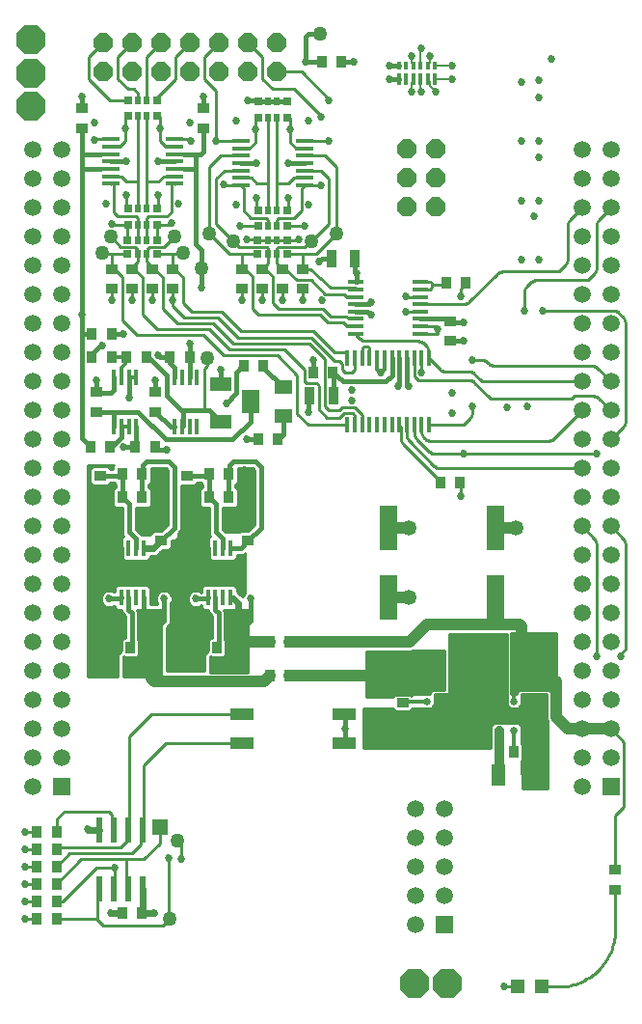
<source format=gtl>
G75*
%MOIN*%
%OFA0B0*%
%FSLAX24Y24*%
%IPPOS*%
%LPD*%
%AMOC8*
5,1,8,0,0,1.08239X$1,22.5*
%
%ADD10R,0.0591X0.0591*%
%ADD11C,0.0591*%
%ADD12R,0.0420X0.0350*%
%ADD13C,0.0500*%
%ADD14R,0.0236X0.0866*%
%ADD15R,0.0350X0.0420*%
%ADD16R,0.0580X0.0140*%
%ADD17OC8,0.1005*%
%ADD18R,0.0480X0.0740*%
%ADD19R,0.0380X0.0600*%
%ADD20R,0.0140X0.0580*%
%ADD21R,0.0170X0.0560*%
%ADD22OC8,0.0660*%
%ADD23R,0.0630X0.0512*%
%ADD24R,0.0630X0.0787*%
%ADD25R,0.0472X0.0472*%
%ADD26R,0.0740X0.0480*%
%ADD27R,0.0630X0.0138*%
%ADD28R,0.0790X0.0430*%
%ADD29R,0.0551X0.0551*%
%ADD30R,0.0740X0.0620*%
%ADD31C,0.0250*%
%ADD32R,0.0197X0.0256*%
%ADD33R,0.0276X0.0256*%
%ADD34R,0.0197X0.0276*%
%ADD35R,0.0252X0.0276*%
%ADD36R,0.0150X0.0300*%
%ADD37R,0.0150X0.0400*%
%ADD38R,0.0630X0.1575*%
%ADD39C,0.0100*%
%ADD40C,0.0270*%
%ADD41C,0.0160*%
%ADD42C,0.0240*%
%ADD43C,0.0531*%
%ADD44C,0.0400*%
%ADD45C,0.0120*%
%ADD46C,0.0320*%
%ADD47C,0.0070*%
%ADD48C,0.0180*%
D10*
X005946Y008000D03*
X019196Y003250D03*
X024946Y008000D03*
D11*
X024946Y009000D03*
X024946Y010000D03*
X024946Y011000D03*
X024946Y012000D03*
X024946Y013000D03*
X024946Y014000D03*
X024946Y015000D03*
X024946Y016000D03*
X024946Y017000D03*
X024946Y018000D03*
X024946Y019000D03*
X024946Y020000D03*
X024946Y021000D03*
X024946Y022000D03*
X024946Y023000D03*
X024946Y024000D03*
X024946Y025000D03*
X024946Y026000D03*
X024946Y027000D03*
X024946Y028000D03*
X024946Y029000D03*
X024946Y030000D03*
X023946Y030000D03*
X023946Y029000D03*
X023946Y028000D03*
X023946Y027000D03*
X023946Y026000D03*
X023946Y025000D03*
X023946Y024000D03*
X023946Y023000D03*
X023946Y022000D03*
X023946Y021000D03*
X023946Y020000D03*
X023946Y019000D03*
X023946Y018000D03*
X023946Y017000D03*
X023946Y016000D03*
X023946Y015000D03*
X023946Y014000D03*
X023946Y013000D03*
X023946Y012000D03*
X023946Y011000D03*
X023946Y010000D03*
X023946Y009000D03*
X023946Y008000D03*
X019196Y007250D03*
X019196Y006250D03*
X018196Y006250D03*
X018196Y007250D03*
X018196Y005250D03*
X018196Y004250D03*
X018196Y003250D03*
X019196Y004250D03*
X019196Y005250D03*
X005946Y009000D03*
X005946Y010000D03*
X004946Y010000D03*
X004946Y009000D03*
X004946Y008000D03*
X004946Y011000D03*
X004946Y012000D03*
X004946Y013000D03*
X004946Y014000D03*
X004946Y015000D03*
X004946Y016000D03*
X004946Y017000D03*
X004946Y018000D03*
X004946Y019000D03*
X004946Y020000D03*
X004946Y021000D03*
X004946Y022000D03*
X004946Y023000D03*
X004946Y024000D03*
X004946Y025000D03*
X004946Y026000D03*
X004946Y027000D03*
X004946Y028000D03*
X004946Y029000D03*
X004946Y030000D03*
X005946Y030000D03*
X005946Y029000D03*
X005946Y028000D03*
X005946Y027000D03*
X005946Y026000D03*
X005946Y025000D03*
X005946Y024000D03*
X005946Y023000D03*
X005946Y022000D03*
X005946Y021000D03*
X005946Y020000D03*
X005946Y019000D03*
X005946Y018000D03*
X005946Y017000D03*
X005946Y016000D03*
X005946Y015000D03*
X005946Y014000D03*
X005946Y013000D03*
X005946Y012000D03*
X005946Y011000D03*
D12*
X009396Y016510D03*
X009396Y017190D03*
X010296Y018060D03*
X010296Y018740D03*
X009196Y020960D03*
X009196Y021640D03*
X007296Y018740D03*
X007296Y018060D03*
X007146Y020960D03*
X007146Y021640D03*
X007696Y025210D03*
X007696Y025890D03*
X008396Y025890D03*
X008396Y025210D03*
X009096Y025210D03*
X009096Y025890D03*
X009796Y025890D03*
X009796Y025210D03*
X012196Y025210D03*
X012196Y025890D03*
X012896Y025890D03*
X012896Y025210D03*
X013596Y025210D03*
X013596Y025890D03*
X014296Y025890D03*
X014296Y025210D03*
X010846Y030760D03*
X010846Y031440D03*
X006646Y031440D03*
X006646Y030760D03*
X012396Y017190D03*
X012396Y016510D03*
X017746Y011590D03*
X017746Y010910D03*
X025096Y005140D03*
X025096Y004460D03*
X019396Y023410D03*
X019396Y024090D03*
D13*
X015446Y027100D03*
X014596Y026850D03*
X011896Y026850D03*
X011046Y027100D03*
X010146Y026450D03*
X009846Y027000D03*
X010796Y025900D03*
X010996Y022800D03*
X007646Y027000D03*
X007346Y026450D03*
X014896Y034000D03*
X009946Y006150D03*
X009696Y003450D03*
D14*
X008746Y004476D03*
X008246Y004476D03*
X007746Y004476D03*
X007246Y004476D03*
X007246Y006524D03*
X007746Y006524D03*
X008246Y006524D03*
X008746Y006524D03*
D15*
X008736Y003650D03*
X008056Y003650D03*
X005786Y003450D03*
X005786Y004050D03*
X005786Y004650D03*
X005786Y005250D03*
X005786Y005850D03*
X005786Y006450D03*
X005106Y006450D03*
X005106Y005850D03*
X005106Y005250D03*
X005106Y004650D03*
X005106Y004050D03*
X005106Y003450D03*
X007656Y012200D03*
X007656Y012800D03*
X008336Y012800D03*
X008336Y012200D03*
X010656Y012200D03*
X010656Y012800D03*
X011336Y012800D03*
X011336Y012200D03*
X013156Y011850D03*
X013836Y011850D03*
X013836Y013000D03*
X013156Y013000D03*
X011736Y018000D03*
X011736Y018800D03*
X011056Y018800D03*
X011056Y018000D03*
X009186Y019750D03*
X008506Y019750D03*
X007636Y019750D03*
X006956Y019750D03*
X008056Y018800D03*
X008736Y018800D03*
X008736Y018000D03*
X008056Y018000D03*
X008206Y022850D03*
X007686Y022850D03*
X007006Y022850D03*
X007006Y023650D03*
X007686Y023650D03*
X008886Y022850D03*
X009706Y022850D03*
X010386Y022850D03*
X012256Y022550D03*
X012936Y022550D03*
X014656Y022300D03*
X015336Y022300D03*
X013436Y020000D03*
X012756Y020000D03*
X019056Y018500D03*
X019736Y018500D03*
X019936Y025400D03*
X019256Y025400D03*
X015636Y033050D03*
X014956Y033050D03*
X021606Y009200D03*
X022286Y009200D03*
D16*
X018356Y023650D03*
X018356Y023910D03*
X018356Y024170D03*
X018356Y024420D03*
X018356Y024680D03*
X018356Y024930D03*
X018356Y025190D03*
X018356Y025450D03*
X016136Y025450D03*
X016136Y025190D03*
X016136Y024930D03*
X016136Y024680D03*
X016136Y024420D03*
X016136Y024170D03*
X016136Y023910D03*
X016136Y023650D03*
D17*
X004896Y031500D03*
X004896Y032650D03*
X004896Y033800D03*
X018146Y001200D03*
X019296Y001200D03*
D18*
X021046Y008400D03*
X022346Y008400D03*
X012046Y013600D03*
X010746Y013600D03*
X009046Y013600D03*
X007746Y013600D03*
X007446Y017200D03*
X008746Y017200D03*
X010446Y017200D03*
X011746Y017200D03*
D19*
X014536Y021500D03*
X015356Y021500D03*
X015286Y026250D03*
X016106Y026250D03*
X021036Y012850D03*
X021856Y012850D03*
D20*
X018656Y020500D03*
X018396Y020500D03*
X018146Y020500D03*
X017886Y020500D03*
X017626Y020500D03*
X017376Y020500D03*
X017116Y020500D03*
X016866Y020500D03*
X016606Y020500D03*
X016346Y020500D03*
X016096Y020500D03*
X015836Y020500D03*
X015836Y022800D03*
X016096Y022800D03*
X016346Y022800D03*
X016606Y022800D03*
X016866Y022800D03*
X017116Y022800D03*
X017376Y022800D03*
X017626Y022800D03*
X017886Y022800D03*
X018146Y022800D03*
X018396Y022800D03*
X018656Y022800D03*
D21*
X011776Y016260D03*
X011526Y016260D03*
X011266Y016260D03*
X011016Y016260D03*
X011016Y014540D03*
X011266Y014540D03*
X011526Y014540D03*
X011776Y014540D03*
X008776Y014540D03*
X008526Y014540D03*
X008266Y014540D03*
X008016Y014540D03*
X008016Y016260D03*
X008266Y016260D03*
X008526Y016260D03*
X008776Y016260D03*
X008526Y020440D03*
X008276Y020440D03*
X008016Y020440D03*
X007766Y020440D03*
X007766Y022160D03*
X008016Y022160D03*
X008276Y022160D03*
X008526Y022160D03*
X009866Y022160D03*
X010116Y022160D03*
X010376Y022160D03*
X010626Y022160D03*
X010626Y020440D03*
X010376Y020440D03*
X010116Y020440D03*
X009866Y020440D03*
D22*
X017896Y028050D03*
X017896Y029050D03*
X017896Y030050D03*
X018896Y030050D03*
X018896Y029050D03*
X018896Y028050D03*
X013396Y032700D03*
X013396Y033700D03*
X012396Y033700D03*
X012396Y032700D03*
X011396Y032700D03*
X010396Y032700D03*
X010396Y033700D03*
X011396Y033700D03*
X009396Y033700D03*
X009396Y032700D03*
X008396Y032700D03*
X008396Y033700D03*
X007396Y033700D03*
X007396Y032700D03*
D23*
X013617Y021800D03*
X013617Y020800D03*
D24*
X012475Y021300D03*
D25*
X021733Y001100D03*
X022560Y001100D03*
D26*
X016896Y010250D03*
X016896Y011550D03*
X011446Y020600D03*
X011446Y021900D03*
D27*
X012144Y028782D03*
X012144Y029038D03*
X012144Y029294D03*
X012144Y029550D03*
X012144Y029806D03*
X012144Y030062D03*
X012144Y030318D03*
X014349Y030318D03*
X014349Y030062D03*
X014349Y029806D03*
X014349Y029550D03*
X014349Y029294D03*
X014349Y029038D03*
X014349Y028782D03*
X009849Y028832D03*
X009849Y029088D03*
X009849Y029344D03*
X009849Y029600D03*
X009849Y029856D03*
X009849Y030112D03*
X009849Y030368D03*
X007644Y030368D03*
X007644Y030112D03*
X007644Y029856D03*
X007644Y029600D03*
X007644Y029344D03*
X007644Y029088D03*
X007644Y028832D03*
D28*
X012176Y010500D03*
X012176Y009500D03*
X015716Y009500D03*
X015716Y010500D03*
D29*
X009346Y006600D03*
D30*
X008396Y015400D03*
X011396Y015400D03*
D31*
X018596Y011950D03*
X018596Y011450D03*
X018596Y010950D03*
X018596Y010450D03*
X018596Y009950D03*
X019096Y009950D03*
X019096Y010450D03*
X019096Y010950D03*
X019096Y011450D03*
X019096Y011950D03*
X019596Y011950D03*
X019596Y011450D03*
X019596Y010950D03*
X019596Y010450D03*
X019596Y009950D03*
X020096Y009950D03*
X020096Y010450D03*
X020096Y010950D03*
X020096Y011450D03*
X020096Y011950D03*
X020596Y011950D03*
X020596Y011450D03*
X020596Y010950D03*
X020596Y010450D03*
X020596Y009950D03*
X021096Y009950D03*
X021096Y010450D03*
X021096Y010950D03*
X021096Y011450D03*
X021096Y011950D03*
X021596Y011950D03*
X021596Y011450D03*
X021596Y010950D03*
X021596Y010450D03*
X021596Y009950D03*
X022096Y009950D03*
X022096Y010450D03*
X022096Y010950D03*
X022096Y011450D03*
X022096Y011950D03*
D32*
X013404Y026404D03*
X013089Y026404D03*
X013089Y026896D03*
X013404Y026896D03*
X008904Y026896D03*
X008589Y026896D03*
X008589Y026404D03*
X008904Y026404D03*
D33*
X009258Y026404D03*
X009258Y026896D03*
X008234Y026896D03*
X008234Y026404D03*
X012734Y026404D03*
X012734Y026896D03*
X013758Y026896D03*
X013758Y026404D03*
D34*
X013404Y027374D03*
X013089Y027374D03*
X013089Y027926D03*
X013404Y027926D03*
X013404Y031124D03*
X013089Y031124D03*
X013089Y031676D03*
X013404Y031676D03*
X008904Y031726D03*
X008589Y031726D03*
X008589Y031174D03*
X008904Y031174D03*
X008904Y027976D03*
X008589Y027976D03*
X008589Y027424D03*
X008904Y027424D03*
D35*
X009246Y027424D03*
X009246Y027976D03*
X008246Y027976D03*
X008246Y027424D03*
X008246Y031174D03*
X008246Y031726D03*
X009246Y031726D03*
X009246Y031174D03*
X012746Y031124D03*
X012746Y031676D03*
X013746Y031676D03*
X013746Y031124D03*
X013746Y027926D03*
X013746Y027374D03*
X012746Y027374D03*
X012746Y027926D03*
D36*
X017621Y032900D03*
X017871Y032900D03*
X018121Y032900D03*
X018371Y032900D03*
X018621Y032900D03*
X018871Y032900D03*
D37*
X018871Y032450D03*
X018621Y032450D03*
X018371Y032450D03*
X018121Y032450D03*
X017871Y032450D03*
X017621Y032450D03*
D38*
X017246Y016951D03*
X017246Y014549D03*
X020946Y014549D03*
X020946Y016951D03*
D39*
X019746Y018050D02*
X019746Y018500D01*
X019736Y018500D01*
X019056Y018500D02*
X019056Y018540D01*
X017784Y019812D01*
X017696Y020024D02*
X017696Y020430D01*
X017626Y020500D01*
X017886Y020500D02*
X017886Y020161D01*
X017696Y020024D02*
X017698Y019990D01*
X017704Y019957D01*
X017713Y019925D01*
X017726Y019894D01*
X017742Y019864D01*
X017761Y019837D01*
X017784Y019812D01*
X017974Y019949D02*
X018835Y019088D01*
X019048Y019000D02*
X023946Y019000D01*
X024446Y019500D02*
X019846Y019500D01*
X018870Y019500D01*
X018658Y019588D02*
X018234Y020012D01*
X017974Y019949D02*
X017951Y019974D01*
X017932Y020001D01*
X017916Y020031D01*
X017903Y020062D01*
X017894Y020094D01*
X017888Y020127D01*
X017886Y020161D01*
X018146Y020224D02*
X018146Y020500D01*
X018396Y020500D02*
X018396Y020274D01*
X018146Y020224D02*
X018148Y020190D01*
X018154Y020157D01*
X018163Y020125D01*
X018176Y020094D01*
X018192Y020064D01*
X018211Y020037D01*
X018234Y020012D01*
X018484Y020062D02*
X018508Y020038D01*
X018720Y019950D02*
X022772Y019950D01*
X022984Y020038D02*
X023946Y021000D01*
X024322Y021500D02*
X024356Y021498D01*
X024389Y021492D01*
X024421Y021483D01*
X024452Y021470D01*
X024482Y021454D01*
X024509Y021435D01*
X024534Y021412D01*
X024946Y021000D01*
X025446Y020624D02*
X025444Y020590D01*
X025438Y020557D01*
X025429Y020525D01*
X025416Y020494D01*
X025400Y020464D01*
X025381Y020437D01*
X025358Y020412D01*
X024946Y020000D01*
X025446Y020624D02*
X025446Y024026D01*
X025358Y024238D02*
X025234Y024362D01*
X025022Y024450D02*
X022596Y024450D01*
X021946Y025076D02*
X021948Y025110D01*
X021954Y025143D01*
X021963Y025175D01*
X021976Y025206D01*
X021992Y025236D01*
X022011Y025263D01*
X022034Y025288D01*
X022158Y025412D01*
X022370Y025500D02*
X024022Y025500D01*
X024234Y025588D02*
X024358Y025712D01*
X024446Y025924D02*
X024446Y027376D01*
X024534Y027588D02*
X024946Y028000D01*
X024534Y027588D02*
X024511Y027563D01*
X024492Y027536D01*
X024476Y027506D01*
X024463Y027475D01*
X024454Y027443D01*
X024448Y027410D01*
X024446Y027376D01*
X023946Y028000D02*
X023534Y027588D01*
X023446Y027376D02*
X023446Y026224D01*
X023358Y026012D02*
X023234Y025888D01*
X023022Y025800D02*
X021220Y025800D01*
X021008Y025712D02*
X020064Y024768D01*
X019852Y024680D02*
X018356Y024680D01*
X018356Y024930D02*
X017866Y024930D01*
X017846Y024950D01*
X017866Y024420D02*
X017846Y024400D01*
X017866Y024420D02*
X018356Y024420D01*
X018356Y023910D02*
X018396Y023900D01*
X018946Y023900D01*
X018946Y023800D01*
X018946Y023650D01*
X018356Y023650D01*
X018272Y023400D02*
X016470Y023400D01*
X016396Y023200D02*
X016546Y023200D01*
X016606Y023140D01*
X016606Y022800D01*
X016346Y022800D02*
X016346Y023150D01*
X016396Y023200D01*
X016258Y023488D02*
X016136Y023610D01*
X016136Y023650D01*
X016136Y023910D02*
X015836Y023910D01*
X015696Y024050D01*
X015146Y024050D01*
X014896Y024300D01*
X012746Y024300D01*
X012546Y024500D01*
X012546Y025650D01*
X012306Y025890D01*
X012196Y025950D01*
X012196Y026404D01*
X011742Y026404D01*
X011046Y027100D01*
X011046Y029406D01*
X011446Y029806D01*
X012144Y029806D01*
X012156Y030050D02*
X012434Y030050D01*
X012646Y030262D01*
X012646Y030700D01*
X012646Y031124D01*
X012746Y031124D01*
X013089Y031124D02*
X013096Y031124D01*
X013096Y028850D01*
X012696Y028850D01*
X012508Y029038D01*
X012144Y029038D01*
X012144Y028782D02*
X011546Y028782D01*
X011546Y028800D01*
X011296Y029016D02*
X011574Y029294D01*
X012144Y029294D01*
X012144Y028782D02*
X012246Y028680D01*
X012246Y027900D01*
X012496Y027650D01*
X013023Y027650D01*
X013089Y027584D01*
X013089Y027374D01*
X013404Y027374D02*
X013404Y027584D01*
X013469Y027650D01*
X013996Y027650D01*
X014246Y027900D01*
X014246Y028680D01*
X014349Y028782D01*
X014928Y028782D01*
X015196Y029016D02*
X014919Y029294D01*
X014349Y029294D01*
X014349Y029050D02*
X014349Y029038D01*
X013984Y029038D01*
X013796Y028850D01*
X013396Y028850D01*
X013396Y027926D01*
X013404Y027926D01*
X013096Y027926D02*
X013096Y028850D01*
X013396Y028850D02*
X013396Y031124D01*
X013404Y031124D01*
X013746Y031124D02*
X013846Y031124D01*
X013846Y030700D01*
X013846Y030266D01*
X014050Y030062D01*
X014349Y030062D01*
X014366Y030300D02*
X014349Y030318D01*
X014366Y030300D02*
X015196Y030300D01*
X015046Y029806D02*
X014349Y029806D01*
X015046Y029806D02*
X015446Y029406D01*
X015446Y027100D01*
X014750Y026404D01*
X014296Y026404D01*
X014296Y025890D01*
X014556Y025890D01*
X015246Y025250D01*
X016096Y025250D01*
X016126Y025200D01*
X016136Y025190D01*
X016136Y024930D02*
X015816Y024930D01*
X015716Y025030D01*
X015066Y025030D01*
X014596Y025500D01*
X014096Y025500D01*
X013706Y025890D01*
X013596Y025890D01*
X013404Y026083D01*
X013404Y026404D01*
X013396Y026411D01*
X013396Y026600D01*
X013446Y026650D01*
X014346Y026650D01*
X014546Y026850D01*
X014596Y026850D01*
X015196Y027450D01*
X015196Y029016D01*
X014349Y028782D02*
X014346Y028782D01*
X013796Y028350D02*
X013796Y027926D01*
X013746Y027926D01*
X013746Y027374D02*
X014353Y027374D01*
X014146Y026900D02*
X014142Y026896D01*
X013758Y026896D01*
X013404Y026896D01*
X013089Y026896D01*
X012734Y026896D01*
X012746Y026900D02*
X012346Y026900D01*
X012096Y026650D02*
X011896Y026850D01*
X011296Y027450D01*
X011296Y029016D01*
X012144Y028782D02*
X012246Y028782D01*
X012696Y028350D02*
X012696Y027926D01*
X012746Y027926D01*
X013089Y027926D02*
X013096Y027926D01*
X012746Y027374D02*
X012139Y027374D01*
X012096Y026650D02*
X013046Y026650D01*
X013089Y026607D01*
X013089Y026404D01*
X013089Y026083D01*
X012896Y025890D01*
X013006Y025890D01*
X013246Y025650D01*
X013246Y024700D01*
X013446Y024500D01*
X014996Y024500D01*
X015246Y024250D01*
X015796Y024250D01*
X015846Y024200D01*
X016106Y024200D01*
X016136Y024170D01*
X016258Y023488D02*
X016283Y023465D01*
X016310Y023446D01*
X016340Y023430D01*
X016371Y023417D01*
X016403Y023408D01*
X016436Y023402D01*
X016470Y023400D01*
X016096Y022800D02*
X016096Y022400D01*
X015996Y022300D01*
X015746Y022300D01*
X015646Y022400D01*
X015646Y022600D01*
X015546Y022700D01*
X015396Y022700D01*
X014596Y023500D01*
X012046Y023500D01*
X011346Y024200D01*
X010196Y024200D01*
X009796Y024600D01*
X009796Y024800D01*
X009796Y025210D01*
X009446Y025600D02*
X009446Y024500D01*
X009946Y024000D01*
X011196Y024000D01*
X011896Y023300D01*
X014515Y023300D01*
X015046Y022768D01*
X015046Y021141D01*
X015188Y021000D01*
X015546Y021000D01*
X015646Y021100D01*
X016096Y021100D01*
X016346Y020850D01*
X016346Y020500D01*
X016096Y020500D02*
X016096Y020829D01*
X016025Y020900D01*
X015708Y020900D01*
X015558Y020750D01*
X015138Y020750D01*
X014846Y021042D01*
X014846Y021838D01*
X014844Y021857D01*
X014839Y021876D01*
X014831Y021894D01*
X014820Y021910D01*
X014806Y021924D01*
X014790Y021935D01*
X014772Y021943D01*
X014753Y021948D01*
X014734Y021950D01*
X014458Y021950D01*
X014439Y021952D01*
X014420Y021957D01*
X014402Y021965D01*
X014386Y021976D01*
X014372Y021990D01*
X014361Y022006D01*
X014353Y022024D01*
X014348Y022043D01*
X014346Y022062D01*
X014346Y022400D01*
X013646Y023100D01*
X011746Y023100D01*
X011046Y023800D01*
X009246Y023800D01*
X008746Y024300D01*
X008746Y025600D01*
X008456Y025890D01*
X008396Y025890D01*
X008396Y025950D01*
X008596Y026150D01*
X008596Y026396D01*
X008589Y026404D01*
X008589Y026557D01*
X008496Y026650D01*
X007996Y026650D01*
X007646Y027000D01*
X007722Y027424D02*
X008246Y027424D01*
X008234Y027413D01*
X008234Y026896D01*
X008234Y026404D02*
X008230Y026400D01*
X007696Y026400D01*
X007346Y026400D01*
X007346Y026450D01*
X007696Y026400D02*
X007696Y025900D01*
X007746Y025900D01*
X008046Y025600D01*
X008046Y024100D01*
X008546Y023600D01*
X010846Y023600D01*
X011546Y022900D01*
X013420Y022900D01*
X014096Y022224D01*
X014096Y020891D01*
X014487Y020500D01*
X015836Y020500D01*
X015796Y020500D01*
X015836Y022800D02*
X015836Y023000D01*
X015396Y023000D01*
X014646Y023750D01*
X012146Y023750D01*
X011496Y024400D01*
X010446Y024400D01*
X010146Y024700D01*
X010146Y025600D01*
X009856Y025890D01*
X009796Y025890D01*
X009796Y026400D01*
X010146Y026400D01*
X010146Y026450D01*
X009796Y026400D02*
X009262Y026400D01*
X009258Y026404D01*
X009496Y026650D02*
X008996Y026650D01*
X008904Y026557D01*
X008904Y026404D01*
X008896Y026396D01*
X008896Y026150D01*
X009096Y025950D01*
X009096Y025890D01*
X009156Y025890D01*
X009446Y025600D01*
X009096Y025210D02*
X009096Y024800D01*
X008396Y024800D02*
X008396Y025210D01*
X007696Y025210D02*
X007696Y024800D01*
X007696Y025890D02*
X007696Y025900D01*
X008589Y026896D02*
X008589Y027424D01*
X008589Y027634D01*
X008523Y027700D01*
X007896Y027700D01*
X007746Y027850D01*
X007746Y028832D01*
X007644Y028832D01*
X007646Y028830D01*
X007644Y029088D02*
X008008Y029088D01*
X008196Y028900D01*
X008589Y028900D01*
X008589Y031174D01*
X008904Y031174D02*
X008904Y028900D01*
X009296Y028900D01*
X009484Y029088D01*
X009849Y029088D01*
X009849Y028832D02*
X009746Y028832D01*
X009746Y027850D01*
X009596Y027700D01*
X008969Y027700D01*
X008904Y027634D01*
X008904Y027424D01*
X008904Y026896D01*
X009258Y026896D02*
X009258Y027413D01*
X009246Y027424D01*
X009721Y027424D01*
X009771Y027474D01*
X009846Y027000D02*
X009496Y026650D01*
X009246Y027976D02*
X009246Y028000D01*
X009296Y028050D01*
X009296Y028450D01*
X008904Y028900D02*
X008904Y027976D01*
X008589Y027976D02*
X008589Y028900D01*
X008196Y028450D02*
X008196Y028076D01*
X008246Y027976D01*
X008171Y027976D01*
X007696Y027450D02*
X007722Y027424D01*
X007644Y029344D02*
X007638Y029350D01*
X007296Y029350D01*
X007302Y029856D02*
X007644Y029856D01*
X007644Y030112D02*
X007958Y030112D01*
X008146Y030300D01*
X008146Y030750D01*
X008146Y031074D01*
X008246Y031174D01*
X008246Y031726D02*
X007621Y031726D01*
X006896Y032450D01*
X006896Y033200D01*
X007396Y033700D01*
X007896Y033200D02*
X008396Y033700D01*
X007896Y033200D02*
X007896Y032450D01*
X008246Y032100D01*
X008446Y032100D01*
X008589Y031957D01*
X008589Y031726D01*
X008896Y031733D02*
X008896Y033200D01*
X009396Y033700D01*
X009896Y033200D02*
X010396Y033700D01*
X009896Y033200D02*
X009896Y032450D01*
X009246Y031800D01*
X009246Y031726D01*
X009246Y031174D02*
X009322Y031174D01*
X009346Y031150D01*
X009346Y030750D01*
X009346Y030300D01*
X009546Y030100D01*
X009837Y030100D01*
X009849Y030112D01*
X009849Y030368D02*
X010378Y030368D01*
X010428Y030318D01*
X010190Y029856D02*
X009849Y029856D01*
X009854Y029350D02*
X009849Y029344D01*
X009854Y029350D02*
X010196Y029350D01*
X009849Y028832D02*
X009846Y028830D01*
X011296Y030300D02*
X011296Y032050D01*
X010896Y032450D01*
X010896Y033200D01*
X011396Y033700D01*
X012396Y033700D02*
X012896Y033200D01*
X012896Y032450D01*
X013246Y032100D01*
X013996Y032100D01*
X014928Y031168D01*
X014928Y031150D01*
X015196Y031700D02*
X015196Y031750D01*
X014246Y032700D01*
X013396Y032700D01*
X012144Y030318D02*
X012126Y030300D01*
X011296Y030300D01*
X012144Y030062D02*
X012145Y030057D01*
X012148Y030054D01*
X012151Y030051D01*
X012156Y030050D01*
X012196Y026404D02*
X012734Y026404D01*
X012306Y025890D02*
X012196Y025890D01*
X012196Y025210D02*
X012196Y024800D01*
X012896Y024800D02*
X012896Y025210D01*
X013596Y025210D02*
X013596Y024800D01*
X014296Y024800D02*
X014296Y025210D01*
X014296Y025890D02*
X014406Y025890D01*
X014296Y026404D02*
X013758Y026404D01*
X010996Y022800D02*
X010996Y022550D01*
X010896Y022450D01*
X010896Y021050D01*
X010846Y021000D01*
X012061Y019020D02*
X012551Y019020D01*
X012616Y018955D01*
X012616Y017055D01*
X012396Y016835D01*
X012124Y016835D01*
X012089Y016800D01*
X011621Y016800D01*
X011526Y016895D01*
X011526Y017640D01*
X011973Y017640D01*
X012061Y017728D01*
X012061Y018272D01*
X011973Y018360D01*
X011966Y018360D01*
X011966Y018440D01*
X011973Y018440D01*
X012061Y018528D01*
X012061Y019020D01*
X012061Y019018D02*
X012553Y019018D01*
X012616Y018920D02*
X012061Y018920D01*
X012061Y018821D02*
X012616Y018821D01*
X012616Y018723D02*
X012061Y018723D01*
X012061Y018624D02*
X012616Y018624D01*
X012616Y018526D02*
X012059Y018526D01*
X011966Y018427D02*
X012616Y018427D01*
X012616Y018329D02*
X012005Y018329D01*
X012061Y018230D02*
X012616Y018230D01*
X012616Y018132D02*
X012061Y018132D01*
X012061Y018033D02*
X012616Y018033D01*
X012616Y017935D02*
X012061Y017935D01*
X012061Y017836D02*
X012616Y017836D01*
X012616Y017738D02*
X012061Y017738D01*
X011526Y017639D02*
X012616Y017639D01*
X012616Y017541D02*
X011526Y017541D01*
X011526Y017442D02*
X012616Y017442D01*
X012616Y017344D02*
X011526Y017344D01*
X011526Y017245D02*
X012616Y017245D01*
X012616Y017147D02*
X011526Y017147D01*
X011526Y017048D02*
X012609Y017048D01*
X012510Y016950D02*
X011526Y016950D01*
X011570Y016851D02*
X012412Y016851D01*
X012296Y016085D02*
X012296Y014703D01*
X012255Y014661D01*
X012217Y014570D01*
X012134Y014653D01*
X012058Y014729D01*
X012011Y014748D01*
X012011Y014882D01*
X011923Y014970D01*
X010869Y014970D01*
X010781Y014882D01*
X010781Y014730D01*
X010769Y014730D01*
X010758Y014742D01*
X010653Y014785D01*
X010539Y014785D01*
X010435Y014742D01*
X010355Y014661D01*
X010311Y014557D01*
X010311Y014443D01*
X010355Y014339D01*
X010435Y014258D01*
X010539Y014215D01*
X010653Y014215D01*
X010758Y014258D01*
X010769Y014270D01*
X010781Y014270D01*
X010781Y014198D01*
X010869Y014110D01*
X011036Y014110D01*
X011036Y014035D01*
X011166Y013905D01*
X011166Y013160D01*
X011099Y013160D01*
X011011Y013072D01*
X011011Y012698D01*
X010896Y012583D01*
X010896Y012000D01*
X009596Y012000D01*
X009596Y013525D01*
X009726Y013655D01*
X009726Y014327D01*
X009738Y014339D01*
X009781Y014443D01*
X009781Y014557D01*
X009738Y014661D01*
X009658Y014742D01*
X009553Y014785D01*
X009439Y014785D01*
X009335Y014742D01*
X009255Y014661D01*
X009211Y014557D01*
X009211Y014443D01*
X009255Y014339D01*
X009266Y014327D01*
X009266Y014300D01*
X009036Y014300D01*
X009036Y014568D01*
X009011Y014628D01*
X009011Y014882D01*
X008923Y014970D01*
X007869Y014970D01*
X007781Y014882D01*
X007781Y014740D01*
X007759Y014740D01*
X007758Y014742D01*
X007653Y014785D01*
X007539Y014785D01*
X007435Y014742D01*
X007355Y014661D01*
X007311Y014557D01*
X007311Y014443D01*
X007355Y014339D01*
X007435Y014258D01*
X007539Y014215D01*
X007653Y014215D01*
X007758Y014258D01*
X007759Y014260D01*
X007781Y014260D01*
X007781Y014198D01*
X007869Y014110D01*
X008036Y014110D01*
X008036Y014035D01*
X008166Y013905D01*
X008166Y013160D01*
X008099Y013160D01*
X008011Y013072D01*
X008011Y012698D01*
X007896Y012583D01*
X007896Y011800D01*
X006846Y011800D01*
X006846Y019100D01*
X007759Y019100D01*
X007731Y019072D01*
X007731Y018967D01*
X007656Y018967D01*
X007656Y018977D01*
X007568Y019065D01*
X007024Y019065D01*
X006936Y018977D01*
X006936Y018503D01*
X007024Y018415D01*
X007568Y018415D01*
X007656Y018503D01*
X007656Y018507D01*
X007753Y018507D01*
X007819Y018440D01*
X007826Y018440D01*
X007826Y018360D01*
X007819Y018360D01*
X007731Y018272D01*
X007731Y017728D01*
X007819Y017640D01*
X008066Y017640D01*
X008066Y016705D01*
X008100Y016671D01*
X008031Y016602D01*
X008031Y015918D01*
X008119Y015830D01*
X008923Y015830D01*
X009011Y015918D01*
X009011Y015980D01*
X009190Y015980D01*
X009289Y016021D01*
X009365Y016097D01*
X009453Y016185D01*
X009668Y016185D01*
X009756Y016273D01*
X009756Y016500D01*
X009879Y016500D01*
X009996Y016617D01*
X009996Y016785D01*
X010076Y016865D01*
X010076Y018415D01*
X010568Y018415D01*
X010656Y018503D01*
X010656Y018507D01*
X010753Y018506D01*
X010819Y018440D01*
X010826Y018440D01*
X010826Y018360D01*
X010819Y018360D01*
X010731Y018272D01*
X010731Y017728D01*
X010819Y017640D01*
X011066Y017640D01*
X011066Y016705D01*
X011100Y016671D01*
X011031Y016602D01*
X011031Y015918D01*
X011119Y015830D01*
X011923Y015830D01*
X012011Y015918D01*
X012011Y016030D01*
X012241Y016030D01*
X012296Y016085D01*
X012296Y016063D02*
X012274Y016063D01*
X012296Y015965D02*
X012011Y015965D01*
X011959Y015866D02*
X012296Y015866D01*
X012296Y015768D02*
X006846Y015768D01*
X006846Y015866D02*
X008083Y015866D01*
X008031Y015965D02*
X006846Y015965D01*
X006846Y016063D02*
X008031Y016063D01*
X008031Y016162D02*
X006846Y016162D01*
X006846Y016260D02*
X008031Y016260D01*
X008031Y016359D02*
X006846Y016359D01*
X006846Y016457D02*
X008031Y016457D01*
X008031Y016556D02*
X006846Y016556D01*
X006846Y016654D02*
X008083Y016654D01*
X008066Y016753D02*
X006846Y016753D01*
X006846Y016851D02*
X008066Y016851D01*
X008066Y016950D02*
X006846Y016950D01*
X006846Y017048D02*
X008066Y017048D01*
X008066Y017147D02*
X006846Y017147D01*
X006846Y017245D02*
X008066Y017245D01*
X008066Y017344D02*
X006846Y017344D01*
X006846Y017442D02*
X008066Y017442D01*
X008066Y017541D02*
X006846Y017541D01*
X006846Y017639D02*
X008066Y017639D01*
X008526Y017639D02*
X009616Y017639D01*
X009616Y017541D02*
X008526Y017541D01*
X008526Y017442D02*
X009616Y017442D01*
X009616Y017344D02*
X008526Y017344D01*
X008526Y017245D02*
X009616Y017245D01*
X009616Y017147D02*
X008526Y017147D01*
X008526Y017048D02*
X009609Y017048D01*
X009616Y017055D02*
X009396Y016835D01*
X009124Y016835D01*
X009036Y016747D01*
X009036Y016700D01*
X008721Y016700D01*
X008621Y016800D01*
X008526Y016895D01*
X008526Y017640D01*
X008973Y017640D01*
X009061Y017728D01*
X009061Y018272D01*
X008973Y018360D01*
X008966Y018360D01*
X008966Y018440D01*
X008973Y018440D01*
X009061Y018528D01*
X009061Y019020D01*
X009551Y019020D01*
X009616Y018955D01*
X009616Y017055D01*
X009510Y016950D02*
X008526Y016950D01*
X008570Y016851D02*
X009412Y016851D01*
X009756Y016457D02*
X011031Y016457D01*
X011031Y016359D02*
X009756Y016359D01*
X009743Y016260D02*
X011031Y016260D01*
X011031Y016162D02*
X009430Y016162D01*
X009331Y016063D02*
X011031Y016063D01*
X011031Y015965D02*
X009011Y015965D01*
X008959Y015866D02*
X011083Y015866D01*
X011031Y016556D02*
X009935Y016556D01*
X009996Y016654D02*
X011083Y016654D01*
X011066Y016753D02*
X009996Y016753D01*
X010062Y016851D02*
X011066Y016851D01*
X011066Y016950D02*
X010076Y016950D01*
X010076Y017048D02*
X011066Y017048D01*
X011066Y017147D02*
X010076Y017147D01*
X010076Y017245D02*
X011066Y017245D01*
X011066Y017344D02*
X010076Y017344D01*
X010076Y017442D02*
X011066Y017442D01*
X011066Y017541D02*
X010076Y017541D01*
X010076Y017639D02*
X011066Y017639D01*
X010731Y017738D02*
X010076Y017738D01*
X010076Y017836D02*
X010731Y017836D01*
X010731Y017935D02*
X010076Y017935D01*
X010076Y018033D02*
X010731Y018033D01*
X010731Y018132D02*
X010076Y018132D01*
X010076Y018230D02*
X010731Y018230D01*
X010788Y018329D02*
X010076Y018329D01*
X009616Y018329D02*
X009005Y018329D01*
X008966Y018427D02*
X009616Y018427D01*
X009616Y018526D02*
X009059Y018526D01*
X009061Y018624D02*
X009616Y018624D01*
X009616Y018723D02*
X009061Y018723D01*
X009061Y018821D02*
X009616Y018821D01*
X009616Y018920D02*
X009061Y018920D01*
X009061Y019018D02*
X009553Y019018D01*
X009616Y018230D02*
X009061Y018230D01*
X009061Y018132D02*
X009616Y018132D01*
X009616Y018033D02*
X009061Y018033D01*
X009061Y017935D02*
X009616Y017935D01*
X009616Y017836D02*
X009061Y017836D01*
X009061Y017738D02*
X009616Y017738D01*
X009042Y016753D02*
X008669Y016753D01*
X007731Y017738D02*
X006846Y017738D01*
X006846Y017836D02*
X007731Y017836D01*
X007731Y017935D02*
X006846Y017935D01*
X006846Y018033D02*
X007731Y018033D01*
X007731Y018132D02*
X006846Y018132D01*
X006846Y018230D02*
X007731Y018230D01*
X007788Y018329D02*
X006846Y018329D01*
X006846Y018427D02*
X007012Y018427D01*
X006936Y018526D02*
X006846Y018526D01*
X006846Y018624D02*
X006936Y018624D01*
X006936Y018723D02*
X006846Y018723D01*
X006846Y018821D02*
X006936Y018821D01*
X006936Y018920D02*
X006846Y018920D01*
X006846Y019018D02*
X006977Y019018D01*
X007615Y019018D02*
X007731Y019018D01*
X007826Y018427D02*
X007580Y018427D01*
X006846Y015669D02*
X012296Y015669D01*
X012296Y015571D02*
X006846Y015571D01*
X006846Y015472D02*
X012296Y015472D01*
X012296Y015374D02*
X006846Y015374D01*
X006846Y015275D02*
X012296Y015275D01*
X012296Y015177D02*
X006846Y015177D01*
X006846Y015078D02*
X012296Y015078D01*
X012296Y014980D02*
X006846Y014980D01*
X006846Y014881D02*
X007781Y014881D01*
X007781Y014783D02*
X007659Y014783D01*
X007534Y014783D02*
X006846Y014783D01*
X006846Y014684D02*
X007377Y014684D01*
X007323Y014586D02*
X006846Y014586D01*
X006846Y014487D02*
X007311Y014487D01*
X007334Y014389D02*
X006846Y014389D01*
X006846Y014290D02*
X007403Y014290D01*
X007788Y014192D02*
X006846Y014192D01*
X006846Y014093D02*
X008036Y014093D01*
X008076Y013995D02*
X006846Y013995D01*
X006846Y013896D02*
X008166Y013896D01*
X008166Y013798D02*
X006846Y013798D01*
X006846Y013699D02*
X008166Y013699D01*
X008166Y013601D02*
X006846Y013601D01*
X006846Y013502D02*
X008166Y013502D01*
X008166Y013404D02*
X006846Y013404D01*
X006846Y013305D02*
X008166Y013305D01*
X008166Y013207D02*
X006846Y013207D01*
X006846Y013108D02*
X008047Y013108D01*
X008011Y013010D02*
X006846Y013010D01*
X006846Y012911D02*
X008011Y012911D01*
X008011Y012813D02*
X006846Y012813D01*
X006846Y012714D02*
X008011Y012714D01*
X007929Y012616D02*
X006846Y012616D01*
X006846Y012517D02*
X007896Y012517D01*
X007896Y012419D02*
X006846Y012419D01*
X006846Y012320D02*
X007896Y012320D01*
X007896Y012222D02*
X006846Y012222D01*
X006846Y012123D02*
X007896Y012123D01*
X007896Y012025D02*
X006846Y012025D01*
X006846Y011926D02*
X007896Y011926D01*
X007896Y011828D02*
X006846Y011828D01*
X008096Y011828D02*
X009396Y011828D01*
X009396Y011800D02*
X008096Y011800D01*
X008096Y012499D01*
X008116Y012480D01*
X008557Y012480D01*
X008621Y012544D01*
X008621Y013056D01*
X008586Y013091D01*
X008586Y014079D01*
X008565Y014100D01*
X009396Y014100D01*
X009396Y011800D01*
X009396Y011926D02*
X008096Y011926D01*
X008096Y012025D02*
X009396Y012025D01*
X009396Y012123D02*
X008096Y012123D01*
X008096Y012222D02*
X009396Y012222D01*
X009396Y012320D02*
X008096Y012320D01*
X008096Y012419D02*
X009396Y012419D01*
X009396Y012517D02*
X008594Y012517D01*
X008621Y012616D02*
X009396Y012616D01*
X009396Y012714D02*
X008621Y012714D01*
X008621Y012813D02*
X009396Y012813D01*
X009396Y012911D02*
X008621Y012911D01*
X008621Y013010D02*
X009396Y013010D01*
X009396Y013108D02*
X008586Y013108D01*
X008586Y013207D02*
X009396Y013207D01*
X009396Y013305D02*
X008586Y013305D01*
X008586Y013404D02*
X009396Y013404D01*
X009396Y013502D02*
X008586Y013502D01*
X008586Y013601D02*
X009396Y013601D01*
X009396Y013699D02*
X008586Y013699D01*
X008586Y013798D02*
X009396Y013798D01*
X009396Y013896D02*
X008586Y013896D01*
X008586Y013995D02*
X009396Y013995D01*
X009396Y014093D02*
X008572Y014093D01*
X009036Y014389D02*
X009234Y014389D01*
X009211Y014487D02*
X009036Y014487D01*
X009029Y014586D02*
X009223Y014586D01*
X009277Y014684D02*
X009011Y014684D01*
X009011Y014783D02*
X009434Y014783D01*
X009559Y014783D02*
X010534Y014783D01*
X010659Y014783D02*
X010781Y014783D01*
X010781Y014881D02*
X009011Y014881D01*
X009715Y014684D02*
X010377Y014684D01*
X010323Y014586D02*
X009769Y014586D01*
X009781Y014487D02*
X010311Y014487D01*
X010334Y014389D02*
X009758Y014389D01*
X009726Y014290D02*
X010403Y014290D01*
X010788Y014192D02*
X009726Y014192D01*
X009726Y014093D02*
X011036Y014093D01*
X011076Y013995D02*
X009726Y013995D01*
X009726Y013896D02*
X011166Y013896D01*
X011166Y013798D02*
X009726Y013798D01*
X009726Y013699D02*
X011166Y013699D01*
X011166Y013601D02*
X009672Y013601D01*
X009596Y013502D02*
X011166Y013502D01*
X011166Y013404D02*
X009596Y013404D01*
X009596Y013305D02*
X011166Y013305D01*
X011166Y013207D02*
X009596Y013207D01*
X009596Y013108D02*
X011047Y013108D01*
X011011Y013010D02*
X009596Y013010D01*
X009596Y012911D02*
X011011Y012911D01*
X011011Y012813D02*
X009596Y012813D01*
X009596Y012714D02*
X011011Y012714D01*
X010929Y012616D02*
X009596Y012616D01*
X009596Y012517D02*
X010896Y012517D01*
X010896Y012419D02*
X009596Y012419D01*
X009596Y012320D02*
X010896Y012320D01*
X010896Y012222D02*
X009596Y012222D01*
X009596Y012123D02*
X010896Y012123D01*
X010896Y012025D02*
X009596Y012025D01*
X009046Y010500D02*
X012176Y010500D01*
X012176Y009500D02*
X009546Y009500D01*
X008796Y008750D01*
X008796Y006574D01*
X008746Y006524D01*
X008696Y006474D01*
X008696Y006000D01*
X008396Y005700D01*
X006236Y005700D01*
X005786Y005250D01*
X005786Y004650D02*
X006636Y005500D01*
X008196Y005500D01*
X008196Y004526D01*
X008246Y004476D01*
X007796Y004526D02*
X007746Y004476D01*
X007796Y004526D02*
X007796Y005200D01*
X007146Y005200D01*
X005996Y004050D01*
X005786Y004050D01*
X005786Y003450D02*
X007146Y003450D01*
X007196Y003400D01*
X007396Y003200D01*
X009446Y003200D01*
X009696Y003450D01*
X009646Y003500D01*
X009646Y005550D01*
X010096Y005500D02*
X010096Y006000D01*
X009946Y006150D01*
X009346Y006050D02*
X009346Y006600D01*
X009346Y006050D02*
X008796Y005500D01*
X008196Y005500D01*
X007996Y005900D02*
X005836Y005900D01*
X005786Y005850D01*
X005786Y006450D02*
X005796Y006460D01*
X005796Y006900D01*
X006046Y007150D01*
X007596Y007150D01*
X007696Y007050D01*
X007696Y006574D01*
X007746Y006524D01*
X008296Y006200D02*
X007996Y005900D01*
X008296Y006200D02*
X008296Y006474D01*
X008296Y009750D01*
X009046Y010500D01*
X011096Y011960D02*
X011096Y012499D01*
X011116Y012480D01*
X011557Y012480D01*
X011621Y012544D01*
X011621Y013056D01*
X011586Y013091D01*
X011586Y014079D01*
X011565Y014100D01*
X012396Y014100D01*
X012396Y011960D01*
X011096Y011960D01*
X011096Y012025D02*
X012396Y012025D01*
X012396Y012123D02*
X011096Y012123D01*
X011096Y012222D02*
X012396Y012222D01*
X012396Y012320D02*
X011096Y012320D01*
X011096Y012419D02*
X012396Y012419D01*
X012396Y012517D02*
X011594Y012517D01*
X011621Y012616D02*
X012396Y012616D01*
X012396Y012714D02*
X011621Y012714D01*
X011621Y012813D02*
X012396Y012813D01*
X012396Y012911D02*
X011621Y012911D01*
X011621Y013010D02*
X012396Y013010D01*
X012396Y013108D02*
X011586Y013108D01*
X011586Y013207D02*
X012396Y013207D01*
X012396Y013305D02*
X011586Y013305D01*
X011586Y013404D02*
X012396Y013404D01*
X012396Y013502D02*
X011586Y013502D01*
X011586Y013601D02*
X012396Y013601D01*
X012396Y013699D02*
X011586Y013699D01*
X011586Y013798D02*
X012396Y013798D01*
X012396Y013896D02*
X011586Y013896D01*
X011586Y013995D02*
X012396Y013995D01*
X012396Y014093D02*
X011572Y014093D01*
X012103Y014684D02*
X012277Y014684D01*
X012296Y014783D02*
X012011Y014783D01*
X012011Y014881D02*
X012296Y014881D01*
X012223Y014586D02*
X012201Y014586D01*
X010826Y018427D02*
X010580Y018427D01*
X016496Y012690D02*
X016496Y011100D01*
X017426Y011100D01*
X017426Y011131D01*
X017491Y011195D01*
X018002Y011195D01*
X018046Y011150D01*
X018096Y011200D01*
X018686Y011200D01*
X018686Y011266D01*
X018780Y011360D01*
X019186Y011360D01*
X019186Y012700D01*
X018082Y012700D01*
X018058Y012690D01*
X016496Y012690D01*
X016496Y012616D02*
X019186Y012616D01*
X019186Y012517D02*
X016496Y012517D01*
X016496Y012419D02*
X019186Y012419D01*
X019186Y012320D02*
X016496Y012320D01*
X016496Y012222D02*
X019186Y012222D01*
X019186Y012123D02*
X016496Y012123D01*
X016496Y012025D02*
X019186Y012025D01*
X019186Y011926D02*
X016496Y011926D01*
X016496Y011828D02*
X019186Y011828D01*
X019186Y011729D02*
X016496Y011729D01*
X016496Y011631D02*
X019186Y011631D01*
X019186Y011532D02*
X016496Y011532D01*
X016496Y011434D02*
X019186Y011434D01*
X019346Y011434D02*
X021346Y011434D01*
X021346Y011532D02*
X019346Y011532D01*
X019346Y011631D02*
X021346Y011631D01*
X021346Y011729D02*
X019346Y011729D01*
X019346Y011828D02*
X021346Y011828D01*
X021346Y011926D02*
X019346Y011926D01*
X019346Y012025D02*
X021346Y012025D01*
X021346Y012123D02*
X019346Y012123D01*
X019346Y012222D02*
X021346Y012222D01*
X021346Y012320D02*
X019346Y012320D01*
X019346Y012419D02*
X021346Y012419D01*
X021346Y012517D02*
X019346Y012517D01*
X019346Y012616D02*
X021346Y012616D01*
X021346Y012714D02*
X019346Y012714D01*
X019346Y012813D02*
X021346Y012813D01*
X021346Y012911D02*
X019346Y012911D01*
X019346Y013010D02*
X021346Y013010D01*
X021346Y013108D02*
X019346Y013108D01*
X019346Y013207D02*
X021346Y013207D01*
X021346Y013290D02*
X021346Y010800D01*
X021446Y010700D01*
X021746Y010700D01*
X021846Y010800D01*
X021846Y011200D01*
X022736Y011200D01*
X022736Y010338D01*
X022746Y010314D01*
X022746Y007950D01*
X021896Y007950D01*
X021873Y008927D01*
X021891Y008944D01*
X021891Y009456D01*
X021860Y009486D01*
X021846Y010100D01*
X021746Y010200D01*
X021198Y010200D01*
X021150Y010220D01*
X021042Y010220D01*
X020994Y010200D01*
X020896Y010200D01*
X020796Y010100D01*
X020796Y009350D01*
X016405Y009355D01*
X016396Y010700D01*
X017426Y010700D01*
X017426Y010689D01*
X017491Y010625D01*
X018002Y010625D01*
X018066Y010689D01*
X018066Y010700D01*
X018746Y010700D01*
X018846Y010800D01*
X018846Y011200D01*
X019346Y011200D01*
X019346Y013290D01*
X021346Y013290D01*
X021506Y013300D02*
X023046Y013300D01*
X023046Y011200D01*
X022906Y011200D01*
X022906Y011266D01*
X022812Y011360D01*
X021780Y011360D01*
X021686Y011266D01*
X021686Y011200D01*
X021506Y011200D01*
X021506Y013300D01*
X021506Y013207D02*
X023046Y013207D01*
X023046Y013108D02*
X021506Y013108D01*
X021506Y013010D02*
X023046Y013010D01*
X023046Y012911D02*
X021506Y012911D01*
X021506Y012813D02*
X023046Y012813D01*
X023046Y012714D02*
X021506Y012714D01*
X021506Y012616D02*
X023046Y012616D01*
X023046Y012517D02*
X021506Y012517D01*
X021506Y012419D02*
X023046Y012419D01*
X023046Y012320D02*
X021506Y012320D01*
X021506Y012222D02*
X023046Y012222D01*
X023046Y012123D02*
X021506Y012123D01*
X021506Y012025D02*
X023046Y012025D01*
X023046Y011926D02*
X021506Y011926D01*
X021506Y011828D02*
X023046Y011828D01*
X023046Y011729D02*
X021506Y011729D01*
X021506Y011631D02*
X023046Y011631D01*
X023046Y011532D02*
X021506Y011532D01*
X021506Y011434D02*
X023046Y011434D01*
X023046Y011335D02*
X022837Y011335D01*
X022906Y011237D02*
X023046Y011237D01*
X022736Y011138D02*
X021846Y011138D01*
X021846Y011040D02*
X022736Y011040D01*
X022736Y010941D02*
X021846Y010941D01*
X021846Y010843D02*
X022736Y010843D01*
X022736Y010744D02*
X021790Y010744D01*
X021402Y010744D02*
X018790Y010744D01*
X018846Y010843D02*
X021346Y010843D01*
X021346Y010941D02*
X018846Y010941D01*
X018846Y011040D02*
X021346Y011040D01*
X021346Y011138D02*
X018846Y011138D01*
X018686Y011237D02*
X016496Y011237D01*
X016496Y011335D02*
X018755Y011335D01*
X019346Y011335D02*
X021346Y011335D01*
X021346Y011237D02*
X019346Y011237D01*
X018022Y010646D02*
X022736Y010646D01*
X022736Y010547D02*
X016397Y010547D01*
X016398Y010449D02*
X022736Y010449D01*
X022736Y010350D02*
X016399Y010350D01*
X016399Y010252D02*
X022746Y010252D01*
X022746Y010153D02*
X021793Y010153D01*
X021847Y010055D02*
X022746Y010055D01*
X022746Y009956D02*
X021850Y009956D01*
X021852Y009858D02*
X022746Y009858D01*
X022746Y009759D02*
X021854Y009759D01*
X021856Y009661D02*
X022746Y009661D01*
X022746Y009562D02*
X021859Y009562D01*
X021883Y009464D02*
X022746Y009464D01*
X022746Y009365D02*
X021891Y009365D01*
X021891Y009267D02*
X022746Y009267D01*
X022746Y009168D02*
X021891Y009168D01*
X021891Y009070D02*
X022746Y009070D01*
X022746Y008971D02*
X021891Y008971D01*
X021875Y008873D02*
X022746Y008873D01*
X022746Y008774D02*
X021877Y008774D01*
X021879Y008676D02*
X022746Y008676D01*
X022746Y008577D02*
X021882Y008577D01*
X021884Y008479D02*
X022746Y008479D01*
X022746Y008380D02*
X021886Y008380D01*
X021888Y008282D02*
X022746Y008282D01*
X022746Y008183D02*
X021891Y008183D01*
X021893Y008085D02*
X022746Y008085D01*
X022746Y007986D02*
X021895Y007986D01*
X020796Y009365D02*
X016405Y009365D01*
X016405Y009464D02*
X020796Y009464D01*
X020796Y009562D02*
X016404Y009562D01*
X016403Y009661D02*
X020796Y009661D01*
X020796Y009759D02*
X016403Y009759D01*
X016402Y009858D02*
X020796Y009858D01*
X020796Y009956D02*
X016401Y009956D01*
X016401Y010055D02*
X020796Y010055D01*
X020849Y010153D02*
X016400Y010153D01*
X016397Y010646D02*
X017470Y010646D01*
X017434Y011138D02*
X016496Y011138D01*
X021506Y011237D02*
X021686Y011237D01*
X021755Y011335D02*
X021506Y011335D01*
X024446Y012500D02*
X024446Y016376D01*
X024358Y016588D02*
X023946Y017000D01*
X024358Y016588D02*
X024381Y016563D01*
X024400Y016536D01*
X024416Y016506D01*
X024429Y016475D01*
X024438Y016443D01*
X024444Y016410D01*
X024446Y016376D01*
X025358Y016588D02*
X025381Y016563D01*
X025400Y016536D01*
X025416Y016506D01*
X025429Y016475D01*
X025438Y016443D01*
X025444Y016410D01*
X025446Y016376D01*
X025446Y012750D01*
X025296Y012600D01*
X025296Y012500D01*
X024946Y010000D02*
X025396Y009550D01*
X025396Y007300D01*
X025096Y007000D01*
X025096Y005140D01*
X025096Y004460D02*
X025096Y003080D01*
X025094Y002994D01*
X025088Y002907D01*
X025079Y002822D01*
X025066Y002736D01*
X025049Y002651D01*
X025029Y002568D01*
X025004Y002485D01*
X024977Y002403D01*
X024945Y002322D01*
X024910Y002243D01*
X024872Y002166D01*
X024831Y002090D01*
X024786Y002016D01*
X024738Y001944D01*
X024687Y001875D01*
X024633Y001807D01*
X024576Y001742D01*
X024516Y001680D01*
X024454Y001620D01*
X024389Y001563D01*
X024321Y001509D01*
X024252Y001458D01*
X024180Y001410D01*
X024106Y001365D01*
X024030Y001324D01*
X023953Y001286D01*
X023874Y001251D01*
X023793Y001219D01*
X023711Y001192D01*
X023628Y001167D01*
X023545Y001147D01*
X023460Y001130D01*
X023374Y001117D01*
X023289Y001108D01*
X023202Y001102D01*
X023116Y001100D01*
X022560Y001100D01*
X021733Y001100D02*
X021246Y001100D01*
X025358Y016588D02*
X024946Y017000D01*
X022984Y020038D02*
X022959Y020015D01*
X022932Y019996D01*
X022902Y019980D01*
X022871Y019967D01*
X022839Y019958D01*
X022806Y019952D01*
X022772Y019950D01*
X023596Y021400D02*
X023696Y021500D01*
X024322Y021500D01*
X023946Y022000D02*
X020620Y022000D01*
X020408Y022088D02*
X020234Y022262D01*
X020022Y022350D02*
X019230Y022350D01*
X019018Y022438D02*
X018656Y022800D01*
X018646Y022810D01*
X018646Y023026D01*
X018558Y023238D02*
X018484Y023312D01*
X018459Y023335D01*
X018432Y023354D01*
X018402Y023370D01*
X018371Y023383D01*
X018339Y023392D01*
X018306Y023398D01*
X018272Y023400D01*
X018558Y023238D02*
X018581Y023213D01*
X018600Y023186D01*
X018616Y023156D01*
X018629Y023125D01*
X018638Y023093D01*
X018644Y023060D01*
X018646Y023026D01*
X018396Y022800D02*
X018396Y022300D01*
X018146Y022191D02*
X018146Y022800D01*
X018146Y022191D02*
X018288Y022050D01*
X020022Y022050D01*
X020234Y022262D02*
X020209Y022285D01*
X020182Y022304D01*
X020152Y022320D01*
X020121Y022333D01*
X020089Y022342D01*
X020056Y022348D01*
X020022Y022350D01*
X020146Y022750D02*
X020472Y022750D01*
X020684Y022662D02*
X020708Y022638D01*
X020920Y022550D02*
X024272Y022550D01*
X024484Y022462D02*
X024946Y022000D01*
X024484Y022462D02*
X024459Y022485D01*
X024432Y022504D01*
X024402Y022520D01*
X024371Y022533D01*
X024339Y022542D01*
X024306Y022548D01*
X024272Y022550D01*
X023596Y021400D02*
X020920Y021400D01*
X020708Y021488D02*
X020234Y021962D01*
X020209Y021985D01*
X020182Y022004D01*
X020152Y022020D01*
X020121Y022033D01*
X020089Y022042D01*
X020056Y022048D01*
X020022Y022050D01*
X020472Y022750D02*
X020506Y022748D01*
X020539Y022742D01*
X020571Y022733D01*
X020602Y022720D01*
X020632Y022704D01*
X020659Y022685D01*
X020684Y022662D01*
X020708Y022638D02*
X020733Y022615D01*
X020760Y022596D01*
X020790Y022580D01*
X020821Y022567D01*
X020853Y022558D01*
X020886Y022552D01*
X020920Y022550D01*
X020620Y022000D02*
X020586Y022002D01*
X020553Y022008D01*
X020521Y022017D01*
X020490Y022030D01*
X020460Y022046D01*
X020433Y022065D01*
X020408Y022088D01*
X020708Y021488D02*
X020733Y021465D01*
X020760Y021446D01*
X020790Y021430D01*
X020821Y021417D01*
X020853Y021408D01*
X020886Y021402D01*
X020920Y021400D01*
X020146Y021150D02*
X020146Y020924D01*
X020058Y020712D02*
X019934Y020588D01*
X019722Y020500D02*
X018656Y020500D01*
X018396Y020274D02*
X018398Y020240D01*
X018404Y020207D01*
X018413Y020175D01*
X018426Y020144D01*
X018442Y020114D01*
X018461Y020087D01*
X018484Y020062D01*
X018508Y020038D02*
X018533Y020015D01*
X018560Y019996D01*
X018590Y019980D01*
X018621Y019967D01*
X018653Y019958D01*
X018686Y019952D01*
X018720Y019950D01*
X018658Y019588D02*
X018683Y019565D01*
X018710Y019546D01*
X018740Y019530D01*
X018771Y019517D01*
X018803Y019508D01*
X018836Y019502D01*
X018870Y019500D01*
X018836Y019088D02*
X018861Y019065D01*
X018888Y019046D01*
X018918Y019030D01*
X018949Y019017D01*
X018981Y019008D01*
X019014Y019002D01*
X019048Y019000D01*
X019722Y020500D02*
X019756Y020502D01*
X019789Y020508D01*
X019821Y020517D01*
X019852Y020530D01*
X019882Y020546D01*
X019909Y020565D01*
X019934Y020588D01*
X020058Y020712D02*
X020081Y020737D01*
X020100Y020764D01*
X020116Y020794D01*
X020129Y020825D01*
X020138Y020857D01*
X020144Y020890D01*
X020146Y020924D01*
X019230Y022350D02*
X019196Y022352D01*
X019163Y022358D01*
X019131Y022367D01*
X019100Y022380D01*
X019070Y022396D01*
X019043Y022415D01*
X019018Y022438D01*
X019746Y024950D02*
X019746Y025200D01*
X019946Y025400D01*
X019936Y025400D01*
X020064Y024768D02*
X020039Y024745D01*
X020012Y024726D01*
X019982Y024710D01*
X019951Y024697D01*
X019919Y024688D01*
X019886Y024682D01*
X019852Y024680D01*
X019206Y025350D02*
X018746Y025350D01*
X018746Y025400D01*
X018696Y025450D01*
X018356Y025450D01*
X018346Y025460D01*
X018356Y025190D02*
X018686Y025190D01*
X018746Y025250D01*
X018746Y025350D01*
X019206Y025350D02*
X019256Y025400D01*
X021008Y025712D02*
X021033Y025735D01*
X021060Y025754D01*
X021090Y025770D01*
X021121Y025783D01*
X021153Y025792D01*
X021186Y025798D01*
X021220Y025800D01*
X021946Y025076D02*
X021946Y024450D01*
X022158Y025412D02*
X022183Y025435D01*
X022210Y025454D01*
X022240Y025470D01*
X022271Y025483D01*
X022303Y025492D01*
X022336Y025498D01*
X022370Y025500D01*
X023022Y025800D02*
X023056Y025802D01*
X023089Y025808D01*
X023121Y025817D01*
X023152Y025830D01*
X023182Y025846D01*
X023209Y025865D01*
X023234Y025888D01*
X023358Y026012D02*
X023381Y026037D01*
X023400Y026064D01*
X023416Y026094D01*
X023429Y026125D01*
X023438Y026157D01*
X023444Y026190D01*
X023446Y026224D01*
X024022Y025500D02*
X024056Y025502D01*
X024089Y025508D01*
X024121Y025517D01*
X024152Y025530D01*
X024182Y025546D01*
X024209Y025565D01*
X024234Y025588D01*
X024358Y025712D02*
X024381Y025737D01*
X024400Y025764D01*
X024416Y025794D01*
X024429Y025825D01*
X024438Y025857D01*
X024444Y025890D01*
X024446Y025924D01*
X023446Y027376D02*
X023448Y027410D01*
X023454Y027443D01*
X023463Y027475D01*
X023476Y027506D01*
X023492Y027536D01*
X023511Y027563D01*
X023534Y027588D01*
X025022Y024450D02*
X025056Y024448D01*
X025089Y024442D01*
X025121Y024433D01*
X025152Y024420D01*
X025182Y024404D01*
X025209Y024385D01*
X025234Y024362D01*
X025358Y024238D02*
X025381Y024213D01*
X025400Y024186D01*
X025416Y024156D01*
X025429Y024125D01*
X025438Y024093D01*
X025444Y024060D01*
X025446Y024026D01*
X009696Y003500D02*
X009746Y003450D01*
X009696Y003450D01*
X009696Y003500D01*
X008296Y006474D02*
X008246Y006524D01*
X007246Y004476D02*
X007196Y004426D01*
X007196Y003400D01*
X005836Y003400D02*
X005786Y003450D01*
X005106Y003450D02*
X004696Y003450D01*
X004696Y004050D02*
X005106Y004050D01*
X005106Y004650D02*
X004696Y004650D01*
X004696Y005250D02*
X005106Y005250D01*
X005106Y005850D02*
X004696Y005850D01*
X004696Y006450D02*
X005106Y006450D01*
X007096Y030350D02*
X007097Y030357D01*
X007101Y030363D01*
X007107Y030367D01*
X007114Y030368D01*
X007644Y030368D01*
D40*
X004696Y003450D03*
X004696Y004050D03*
X004696Y004650D03*
X004696Y005250D03*
X004696Y005850D03*
X004696Y006450D03*
X006846Y006550D03*
X007796Y005200D03*
X007646Y003650D03*
X009146Y003650D03*
X009646Y005550D03*
X010096Y005500D03*
X015746Y010000D03*
X018846Y010200D03*
X018846Y010700D03*
X019346Y010700D03*
X019346Y010200D03*
X019846Y010200D03*
X019846Y010700D03*
X019846Y011200D03*
X019846Y011700D03*
X020346Y011700D03*
X020346Y011200D03*
X020346Y010700D03*
X020346Y010200D03*
X020846Y010700D03*
X020846Y011200D03*
X020846Y011700D03*
X021346Y010700D03*
X021846Y010700D03*
X021846Y010200D03*
X022346Y010200D03*
X022346Y010700D03*
X024446Y012500D03*
X025296Y012500D03*
X024446Y019500D03*
X022046Y021150D03*
X021346Y021100D03*
X020146Y021150D03*
X019446Y020900D03*
X019446Y021600D03*
X020146Y022750D03*
X019846Y023400D03*
X019846Y024050D03*
X019746Y024950D03*
X018946Y023800D03*
X018396Y022300D03*
X017946Y021850D03*
X017596Y021850D03*
X016996Y022300D03*
X015996Y021700D03*
X015996Y021350D03*
X014646Y022750D03*
X014496Y020950D03*
X012346Y020000D03*
X012296Y018950D03*
X012296Y018550D03*
X012296Y018150D03*
X012296Y017750D03*
X011696Y015600D03*
X011696Y015200D03*
X011396Y015400D03*
X011096Y015600D03*
X011096Y015200D03*
X010596Y014500D03*
X009496Y014500D03*
X008696Y015200D03*
X008396Y015400D03*
X008096Y015600D03*
X008096Y015200D03*
X008696Y015600D03*
X007596Y014500D03*
X009296Y017700D03*
X009296Y018100D03*
X009296Y018500D03*
X009296Y018900D03*
X009596Y019650D03*
X008096Y019750D03*
X008296Y021450D03*
X009196Y022050D03*
X009296Y022900D03*
X008096Y023650D03*
X007346Y023250D03*
X006646Y024300D03*
X007696Y024800D03*
X008396Y024800D03*
X009096Y024800D03*
X009796Y024800D03*
X010796Y025250D03*
X010396Y023300D03*
X011446Y022400D03*
X011646Y021250D03*
X012196Y024800D03*
X012896Y024800D03*
X013596Y024800D03*
X014296Y024800D03*
X014946Y024800D03*
X014846Y026150D03*
X014146Y026900D03*
X014353Y027374D03*
X014496Y028100D03*
X013796Y028350D03*
X013796Y029550D03*
X013846Y030700D03*
X014496Y031000D03*
X014928Y031150D03*
X015196Y031700D03*
X015196Y030300D03*
X014928Y028782D03*
X016146Y025750D03*
X016646Y024750D03*
X016646Y024300D03*
X017846Y024400D03*
X017846Y024950D03*
X019846Y019500D03*
X019746Y018050D03*
X021946Y024450D03*
X022596Y024450D03*
X022446Y026200D03*
X021846Y026200D03*
X022296Y027700D03*
X022446Y028250D03*
X021846Y028250D03*
X022446Y029750D03*
X022446Y030300D03*
X021846Y030300D03*
X022446Y031800D03*
X022446Y032400D03*
X021846Y032350D03*
X022896Y033150D03*
X019446Y032900D03*
X019446Y032450D03*
X018896Y032000D03*
X018396Y032000D03*
X018046Y032000D03*
X017296Y032450D03*
X017296Y032900D03*
X018046Y033250D03*
X018396Y033500D03*
X018696Y033250D03*
X016046Y033050D03*
X014396Y033050D03*
X012646Y030700D03*
X011996Y031000D03*
X012396Y031700D03*
X011296Y030300D03*
X010428Y030318D03*
X010396Y030950D03*
X010846Y031850D03*
X009346Y030750D03*
X009296Y029600D03*
X009296Y028450D03*
X009771Y027474D03*
X009996Y028150D03*
X011546Y028800D03*
X011996Y028100D03*
X012139Y027374D03*
X012346Y026900D03*
X012696Y028350D03*
X012696Y029550D03*
X008196Y029600D03*
X008196Y028450D03*
X007496Y028150D03*
X007696Y027450D03*
X007096Y030350D03*
X007096Y030950D03*
X006646Y031850D03*
X008146Y030750D03*
X007146Y022050D03*
X012496Y014500D03*
X021246Y001100D03*
D41*
X015746Y009500D02*
X015746Y010000D01*
X015746Y010500D01*
X015716Y010500D01*
X015716Y009500D02*
X015746Y009500D01*
X012396Y013650D02*
X012496Y013750D01*
X012496Y014500D01*
X012396Y013650D02*
X012046Y013600D01*
X011846Y014500D02*
X011816Y014500D01*
X011776Y014540D01*
X011266Y014540D02*
X011266Y014130D01*
X011396Y014000D01*
X011396Y012865D01*
X011397Y012866D02*
X011396Y012852D01*
X011392Y012838D01*
X011385Y012826D01*
X011375Y012815D01*
X011364Y012807D01*
X011351Y012802D01*
X011337Y012800D01*
X010976Y014500D02*
X010596Y014500D01*
X010976Y014500D02*
X011016Y014540D01*
X011396Y015400D02*
X011096Y015600D01*
X011016Y015780D01*
X011016Y016260D01*
X011526Y016570D02*
X011296Y016800D01*
X011296Y017765D01*
X011056Y018000D01*
X011056Y018800D01*
X010896Y018735D01*
X010296Y018740D01*
X009846Y019050D02*
X009646Y019250D01*
X008896Y019250D01*
X008746Y019100D01*
X008746Y018810D01*
X008736Y018800D01*
X008736Y018000D01*
X008296Y017765D02*
X008296Y016800D01*
X008526Y016570D01*
X008526Y016260D01*
X008776Y016260D02*
X008836Y016260D01*
X008846Y016250D01*
X009396Y016510D02*
X009846Y016960D01*
X009846Y019050D01*
X009596Y019650D02*
X009196Y019650D01*
X009186Y019660D01*
X009186Y019750D01*
X009546Y020000D02*
X011846Y020000D01*
X012475Y020629D01*
X012475Y021300D01*
X011996Y021600D02*
X011996Y022300D01*
X012246Y022600D01*
X012256Y022550D01*
X012936Y022550D02*
X012936Y022481D01*
X013617Y021800D01*
X014496Y021450D02*
X014496Y020950D01*
X014496Y021450D02*
X014536Y021460D01*
X014536Y021500D01*
X014656Y022300D02*
X014646Y022310D01*
X014646Y022750D01*
X015336Y022300D02*
X015696Y022000D01*
X017156Y022000D01*
X017376Y022220D01*
X017376Y022800D01*
X017626Y022800D02*
X017626Y021900D01*
X017596Y021850D01*
X017886Y021850D02*
X017886Y022800D01*
X017886Y021850D02*
X017946Y021850D01*
X019396Y023400D02*
X019386Y023410D01*
X019396Y023410D01*
X019396Y023400D02*
X019846Y023400D01*
X019846Y024050D02*
X019446Y024050D01*
X019406Y024100D01*
X019396Y024090D01*
X019356Y024050D01*
X019376Y024070D02*
X019384Y024072D01*
X019390Y024076D01*
X019394Y024082D01*
X019396Y024090D01*
X019394Y024106D01*
X019390Y024121D01*
X019383Y024134D01*
X019373Y024147D01*
X019360Y024157D01*
X019347Y024164D01*
X019332Y024168D01*
X019316Y024170D01*
X018356Y024170D01*
X016646Y024300D02*
X016526Y024420D01*
X016136Y024420D01*
X016136Y024680D02*
X016576Y024680D01*
X016646Y024750D01*
X016136Y025450D02*
X016146Y025460D01*
X016146Y025750D01*
X016106Y025790D01*
X016106Y026250D01*
X015286Y026250D02*
X014946Y026250D01*
X014846Y026150D01*
X014349Y029550D02*
X013796Y029550D01*
X012696Y029550D02*
X012144Y029550D01*
X010846Y029950D02*
X010846Y030760D01*
X010846Y031440D02*
X010846Y031850D01*
X010846Y029950D02*
X010746Y029850D01*
X010596Y029850D01*
X010190Y029850D01*
X010190Y029856D01*
X010596Y029850D02*
X010596Y029350D01*
X010196Y029350D01*
X010596Y029350D02*
X010596Y026750D01*
X010796Y026550D01*
X010796Y025900D01*
X010796Y025250D01*
X010396Y023300D02*
X010396Y022850D01*
X010386Y022840D01*
X010386Y022850D01*
X010376Y022840D01*
X010376Y022160D01*
X009866Y022160D02*
X009866Y022480D01*
X009696Y022650D01*
X009696Y022840D01*
X009706Y022850D01*
X009346Y022850D01*
X009296Y022900D01*
X008946Y022850D02*
X008886Y022850D01*
X008946Y022850D02*
X009596Y022200D01*
X009596Y021500D01*
X010096Y021000D01*
X010146Y021000D01*
X010146Y020470D01*
X010116Y020440D01*
X009866Y020440D02*
X009716Y020440D01*
X009196Y020960D01*
X009196Y021640D02*
X009196Y022050D01*
X008596Y020950D02*
X009546Y020000D01*
X010146Y021000D02*
X010846Y021000D01*
X011046Y021000D01*
X011446Y020600D01*
X011646Y021250D02*
X011996Y021600D01*
X011446Y021900D02*
X011446Y022400D01*
X012346Y020000D02*
X012756Y020000D01*
X013436Y020000D02*
X013617Y020181D01*
X013617Y020800D01*
X012646Y019250D02*
X011896Y019250D01*
X011746Y019100D01*
X011746Y018810D01*
X011736Y018800D01*
X011736Y018000D01*
X012846Y019050D02*
X012646Y019250D01*
X012846Y019050D02*
X012846Y016960D01*
X012396Y016510D01*
X012146Y016260D01*
X011776Y016260D01*
X011526Y016260D02*
X011526Y016570D01*
X009496Y014500D02*
X009496Y013750D01*
X009296Y013550D01*
X008396Y014000D02*
X008396Y012835D01*
X008336Y012800D01*
X008396Y014000D02*
X008266Y014130D01*
X008266Y014540D01*
X008396Y015400D02*
X008096Y015600D01*
X008016Y015780D01*
X008016Y016260D01*
X008296Y017765D02*
X008056Y018000D01*
X008056Y018800D01*
X007996Y018735D01*
X007296Y018740D01*
X006956Y019750D02*
X006946Y019750D01*
X006646Y020050D01*
X006646Y023650D01*
X007006Y023650D01*
X007296Y023250D02*
X006996Y022950D01*
X006996Y022840D01*
X007006Y022850D01*
X007296Y023250D02*
X007346Y023250D01*
X007686Y023650D02*
X008096Y023650D01*
X008276Y022160D02*
X008296Y022140D01*
X008296Y021450D01*
X008596Y020950D02*
X007766Y020950D01*
X007156Y020950D01*
X007146Y020960D01*
X007186Y021600D02*
X007146Y021640D01*
X007146Y022050D01*
X007186Y021600D02*
X007646Y021600D01*
X007766Y021720D01*
X007766Y022160D01*
X007766Y020950D02*
X007766Y020440D01*
X008016Y020440D02*
X008016Y020070D01*
X007696Y019750D01*
X007636Y019750D01*
X008096Y019750D02*
X008506Y019750D01*
X008526Y019770D01*
X008526Y020440D01*
X006646Y023650D02*
X006646Y024300D01*
X006646Y029350D01*
X007296Y029350D01*
X007644Y029600D02*
X008196Y029600D01*
X007302Y029850D02*
X007302Y029856D01*
X007302Y029850D02*
X006646Y029850D01*
X006646Y030760D01*
X006646Y031440D02*
X006646Y031850D01*
X006646Y029850D02*
X006646Y029350D01*
X009296Y029600D02*
X009849Y029600D01*
X012396Y031700D02*
X012746Y031700D01*
X012746Y031676D01*
X012721Y031650D01*
X012746Y031676D02*
X013089Y031676D01*
X013246Y031676D01*
X013089Y031676D02*
X013404Y031676D01*
X013746Y031676D01*
X014396Y033050D02*
X014956Y033050D01*
X014396Y033050D02*
X014396Y033900D01*
X014496Y034000D01*
X014896Y034000D01*
X015636Y033060D02*
X015646Y033050D01*
X016046Y033050D01*
X015636Y033050D02*
X015636Y033060D01*
X017296Y032900D02*
X017621Y032900D01*
X017621Y032450D02*
X017296Y032450D01*
X015336Y022300D02*
X015356Y022270D01*
X015356Y021500D01*
D42*
X011905Y014500D02*
X011846Y014500D01*
X011905Y014500D02*
X012046Y014359D01*
X012046Y013600D01*
X009396Y016510D02*
X009136Y016250D01*
X008846Y016250D01*
X009046Y013600D02*
X009296Y013550D01*
X007246Y006524D02*
X006846Y006524D01*
X006846Y006550D01*
X008746Y004476D02*
X008746Y003665D01*
X008736Y003650D01*
X009146Y003650D01*
X008056Y003650D02*
X007646Y003650D01*
X022096Y011450D02*
X022846Y011450D01*
X023046Y011650D01*
D43*
X021646Y016950D03*
X017946Y016950D03*
X017946Y014550D03*
D44*
X017247Y014550D01*
X017246Y014549D01*
X018596Y013600D02*
X017996Y013000D01*
X013836Y013000D01*
X013156Y013000D02*
X011996Y013000D01*
X011996Y013550D01*
X012046Y013600D01*
X013146Y011850D02*
X012946Y011650D01*
X009146Y011650D01*
X009046Y011750D01*
X009046Y012100D01*
X008896Y012250D01*
X008386Y012250D01*
X008336Y012200D01*
X013146Y011850D02*
X013156Y011850D01*
X013836Y011850D02*
X016596Y011850D01*
X016896Y011550D01*
X018596Y013600D02*
X020996Y013600D01*
X020946Y013650D01*
X020946Y014549D01*
X020996Y013600D02*
X021796Y013600D01*
X021856Y013540D01*
X021856Y012850D01*
X023046Y011650D02*
X023046Y010400D01*
X023446Y010000D01*
X023946Y010000D01*
X024946Y010000D01*
X021646Y016950D02*
X020947Y016950D01*
X020946Y016951D01*
X017946Y016950D02*
X017297Y016950D01*
X017246Y016951D01*
D45*
X016996Y022300D02*
X016866Y022430D01*
X016866Y022800D01*
X017116Y022800D02*
X017116Y022420D01*
X016996Y022300D01*
X021596Y011450D02*
X021596Y010950D01*
X021596Y009950D02*
X021596Y009200D01*
X021606Y009200D01*
X018596Y010950D02*
X017646Y010950D01*
X017746Y010910D01*
X008526Y022160D02*
X008276Y022160D01*
X008016Y022160D02*
X008016Y022470D01*
X008146Y022600D01*
X008146Y022790D01*
X008206Y022850D01*
X007686Y022850D01*
X008016Y020440D02*
X008276Y020440D01*
X008904Y031726D02*
X008896Y031733D01*
D46*
X021096Y009950D02*
X021096Y008449D01*
X021046Y008400D01*
D47*
X018896Y032000D02*
X018696Y032200D01*
X018696Y032350D01*
X018646Y032400D01*
X018646Y032425D01*
X018621Y032450D01*
X018371Y032450D02*
X018371Y032025D01*
X018396Y032000D01*
X018046Y032000D02*
X018046Y032300D01*
X018121Y032425D01*
X018146Y032425D01*
X018121Y032450D01*
X018121Y032900D02*
X018046Y033025D01*
X018046Y033250D01*
X018371Y033475D02*
X018396Y033500D01*
X018371Y033475D02*
X018371Y032900D01*
X018621Y032900D02*
X018696Y033025D01*
X018696Y033250D01*
X018871Y032900D02*
X019446Y032900D01*
X019446Y032450D02*
X018871Y032450D01*
D48*
X008776Y014540D02*
X008796Y014520D01*
X008796Y013800D01*
X008016Y014540D02*
X007976Y014500D01*
X007596Y014500D01*
M02*

</source>
